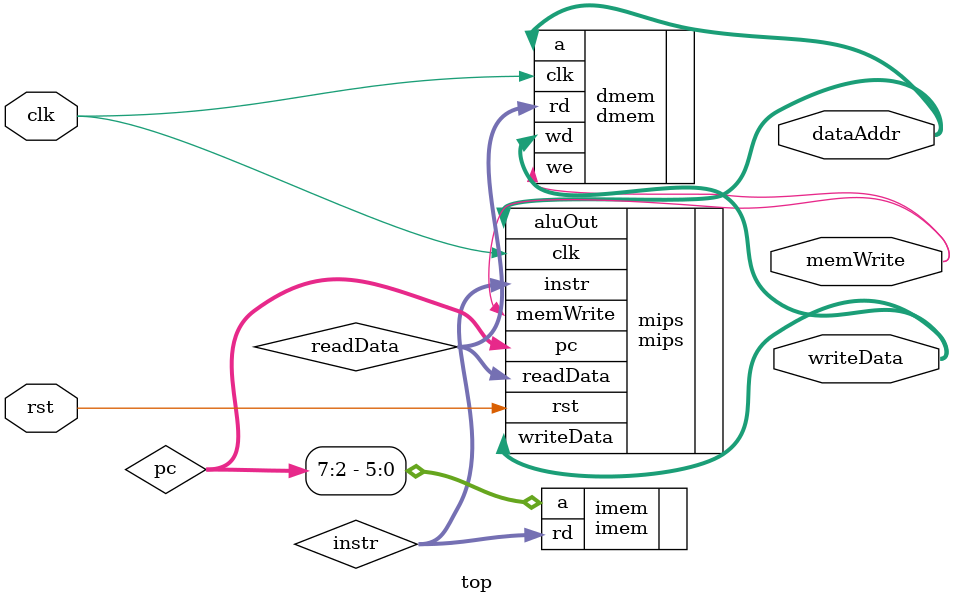
<source format=v>
module top (
    clk,
    rst,
    writeData,
    dataAddr,
    memWrite
);
  input clk, rst;
  output [31:0] writeData, dataAddr;
  output memWrite;

  wire [31:0] pc, instr, readData;

  mips mips (
      .clk(clk),
      .rst(rst),
      .pc(pc),
      .instr(instr),
      .memWrite(memWrite),
      .aluOut(dataAddr),
      .writeData(writeData),
      .readData(readData)
  );
  imem imem (
      .a (pc[7:2]),
      .rd(instr)
  );
  dmem dmem (
      .clk(clk),
      .we (memWrite),
      .a  (dataAddr),
      .wd (writeData),
      .rd (readData)
  );
endmodule

</source>
